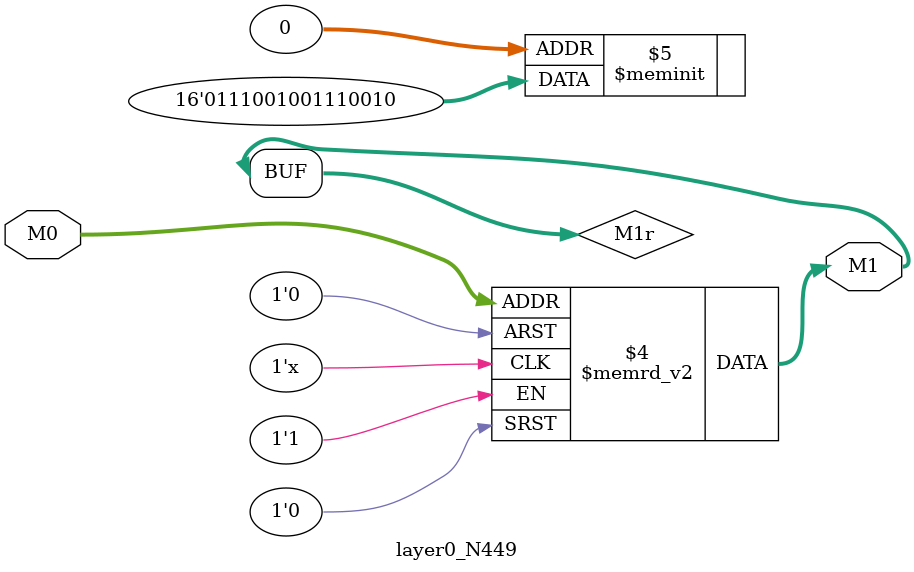
<source format=v>
module layer0_N449 ( input [2:0] M0, output [1:0] M1 );

	(*rom_style = "distributed" *) reg [1:0] M1r;
	assign M1 = M1r;
	always @ (M0) begin
		case (M0)
			3'b000: M1r = 2'b10;
			3'b100: M1r = 2'b10;
			3'b010: M1r = 2'b11;
			3'b110: M1r = 2'b11;
			3'b001: M1r = 2'b00;
			3'b101: M1r = 2'b00;
			3'b011: M1r = 2'b01;
			3'b111: M1r = 2'b01;

		endcase
	end
endmodule

</source>
